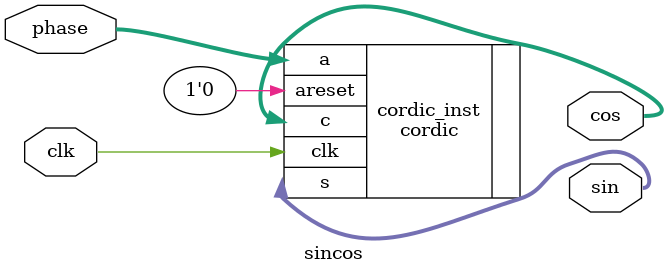
<source format=sv>
module sincos (
	input clk,
	input [15:0] phase,
	output [14:0] cos,
	output [14:0] sin
);


cordic cordic_inst(
	.clk(clk),
	.areset(1'b0),
	.a(phase),
	.c(cos),
	.s(sin)
);

endmodule
</source>
